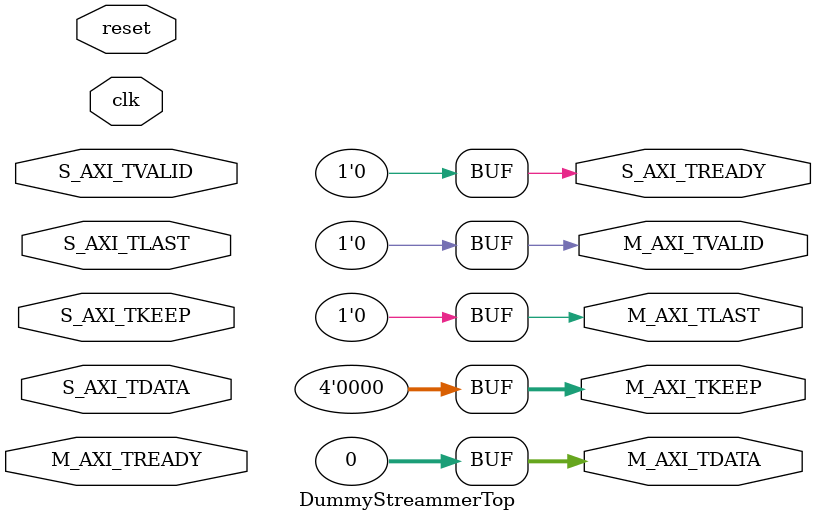
<source format=v>
module DummyStreammerTop #
(
    parameter integer DATA_WIDTH        = 32, 
    parameter integer STORAGE_IDX_WIDTH = 10     //// 4 Kb
)
(
    // AXIS Slave Interface   store in terface
    input  wire [DATA_WIDTH-1:0]     S_AXI_TDATA,
    input  wire [DATA_WIDTH/8-1:0]   S_AXI_TKEEP,  // <= tkeep added
    input  wire                      S_AXI_TVALID,
    output wire                      S_AXI_TREADY,
    input  wire                      S_AXI_TLAST,

    // AXIS Master Interface load interface
    output  wire [DATA_WIDTH-1:0]     M_AXI_TDATA,
    output  wire [DATA_WIDTH/8-1:0]   M_AXI_TKEEP,  // <= tkeep added
    output  wire                      M_AXI_TVALID,
    input   wire                      M_AXI_TREADY,
    output  wire                      M_AXI_TLAST,
    
    input   wire clk,
    input   wire reset
);

assign S_AXI_TREADY  = 1'b0; // Dummy implementation, always not ready
assign M_AXI_TDATA   = 0; // Dummy implementation, always output zero
assign M_AXI_TKEEP   = 0; // Dummy implementation, always output zero
assign M_AXI_TVALID  = 1'b0; // Dummy implementation, always not valid
assign M_AXI_TLAST   = 1'b0; // Dummy implementation, always not last

endmodule
</source>
